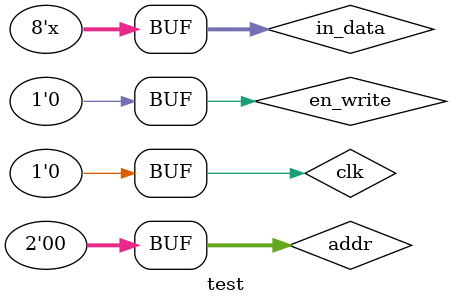
<source format=v>

module Mem2x8(
  input wire clk,
  input wire en_write,
  input wire [1:0] addr,
  input wire [7:0] in_data,
  output reg [7:0] out_data
);

  reg [7:0] mem [1:0];

  // Escreve na subida do clock
  always @(posedge clk) begin
      if (en_write) begin
          mem[addr] <= in_data; 
      end
  end

  // Lê o dado  na borda de descida do clock
  always @(negedge clk) begin
      out_data <= mem[addr];  
  end

endmodule

module test;
  reg clk, en_write;
  reg [1:0] addr;
  reg [7:0] in_data;
  wire [7:0] result;

  Mem2x8 mem_inst (clk, en_write, addr, in_data, result); 

  initial begin
      $display("Guia_1203.v - Ana Clara Lonczynski");
      $display("==================================");
      $display("Memory Test");

      $monitor ("%4d %4d %2d %8b | %8b", clk, en_write, addr, in_data, result);
      clk = 1'b1; en_write = 1'b1; addr = 2'b00; in_data = 8'b10010100; 

      // Teste de escrita e leitura
      #10 clk = 1'b0; en_write = 1'b1; addr = 2'b00; in_data = 8'bxxxxxxxx;  
      #10 clk = 1'b1; en_write = 1'b1; addr = 2'b01; in_data = 8'b11110000;  
      #10 clk = 1'b0; en_write = 1'b0; addr = 2'b01; in_data = 8'bxxxxxxxx;
      #10 clk = 1'b1;
      #10 clk = 1'b0; en_write = 1'b0; addr = 2'b00; in_data = 8'bxxxxxxxx; 
  end
endmodule

</source>
